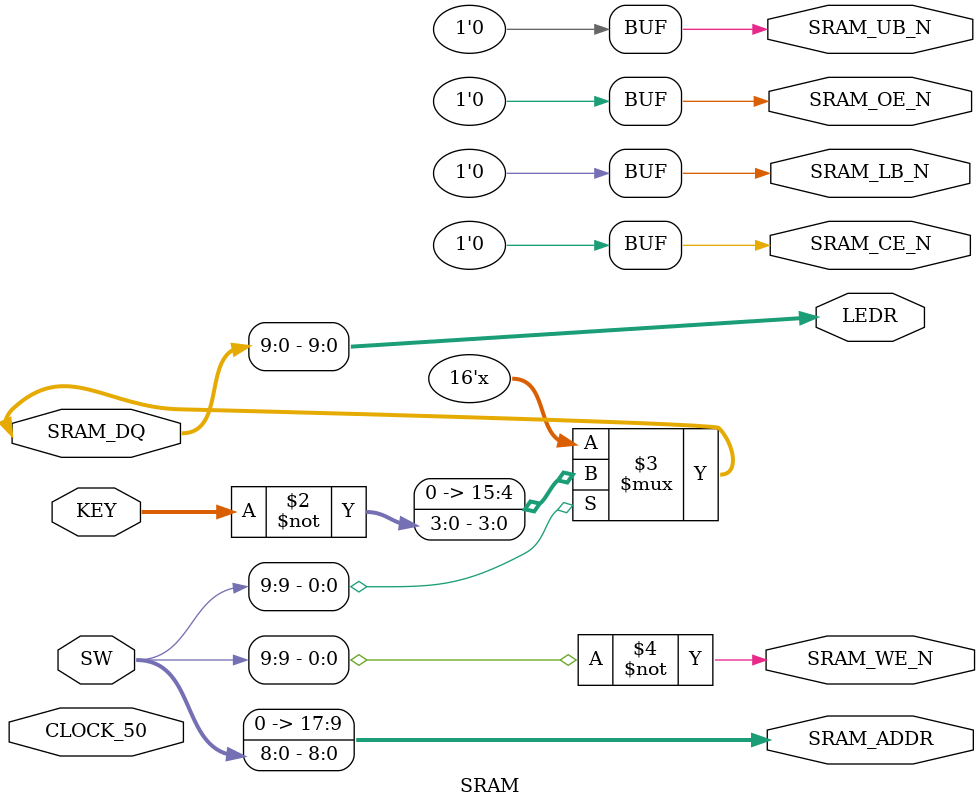
<source format=v>
module SRAM(
	output wire [17:0] SRAM_ADDR,
	inout wire [15:0] SRAM_DQ,
	output wire SRAM_WE_N, SRAM_OE_N, SRAM_UB_N, SRAM_LB_N, SRAM_CE_N,
	input CLOCK_50,
	input [9:0] SW,
	input [3:0] KEY,
	output wire [9:0]LEDR
	);

		assign SRAM_DQ = (~SW[9])?16'hz:{12'b0,~KEY[3:0]};
		assign SRAM_ADDR = {8'b0, SW[8:0]};		
		assign SRAM_WE_N = ~SW[9];
		assign SRAM_OE_N = 0;
		assign SRAM_UB_N = 0;
		assign SRAM_LB_N = 0;
		assign SRAM_CE_N = 0;
		assign LEDR[9:0] = SRAM_DQ[9:0];
endmodule

</source>
